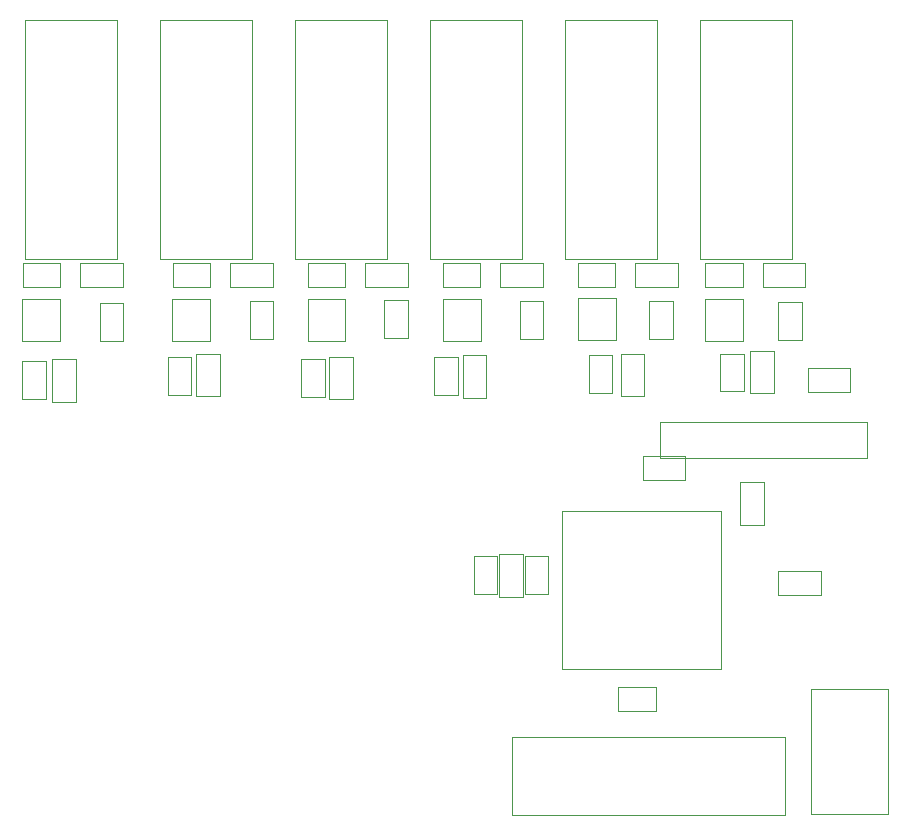
<source format=gbr>
%TF.GenerationSoftware,KiCad,Pcbnew,4.0.1-stable*%
%TF.CreationDate,2016-04-25T17:13:02+03:00*%
%TF.ProjectId,6xUSB_PowMet,36785553425F506F774D65742E6B6963,rev?*%
%TF.FileFunction,Other,User*%
%FSLAX46Y46*%
G04 Gerber Fmt 4.6, Leading zero omitted, Abs format (unit mm)*
G04 Created by KiCad (PCBNEW 4.0.1-stable) date 25.04.2016 17:13:02*
%MOMM*%
G01*
G04 APERTURE LIST*
%ADD10C,0.100000*%
%ADD11C,0.050000*%
G04 APERTURE END LIST*
D10*
D11*
X114460000Y-63225000D02*
X114460000Y-83525000D01*
X114460000Y-83525000D02*
X106660000Y-83525000D01*
X106660000Y-83525000D02*
X106660000Y-63225000D01*
X106660000Y-63225000D02*
X114460000Y-63225000D01*
X137320000Y-63225000D02*
X137320000Y-83525000D01*
X137320000Y-83525000D02*
X129520000Y-83525000D01*
X129520000Y-83525000D02*
X129520000Y-63225000D01*
X129520000Y-63225000D02*
X137320000Y-63225000D01*
X111300000Y-83865000D02*
X114900000Y-83865000D01*
X111300000Y-85865000D02*
X114900000Y-85865000D01*
X111300000Y-83865000D02*
X111300000Y-85865000D01*
X114900000Y-83865000D02*
X114900000Y-85865000D01*
X134400000Y-91750000D02*
X134400000Y-95350000D01*
X132400000Y-91750000D02*
X132400000Y-95350000D01*
X134400000Y-91750000D02*
X132400000Y-91750000D01*
X134400000Y-95350000D02*
X132400000Y-95350000D01*
X159075000Y-91525000D02*
X159075000Y-95125000D01*
X157075000Y-91525000D02*
X157075000Y-95125000D01*
X159075000Y-91525000D02*
X157075000Y-91525000D01*
X159075000Y-95125000D02*
X157075000Y-95125000D01*
X110950000Y-91975000D02*
X110950000Y-95575000D01*
X108950000Y-91975000D02*
X108950000Y-95575000D01*
X110950000Y-91975000D02*
X108950000Y-91975000D01*
X110950000Y-95575000D02*
X108950000Y-95575000D01*
X170425000Y-109925000D02*
X174025000Y-109925000D01*
X170425000Y-111925000D02*
X174025000Y-111925000D01*
X170425000Y-109925000D02*
X170425000Y-111925000D01*
X174025000Y-109925000D02*
X174025000Y-111925000D01*
X167200000Y-105975000D02*
X167200000Y-102375000D01*
X169200000Y-105975000D02*
X169200000Y-102375000D01*
X167200000Y-105975000D02*
X169200000Y-105975000D01*
X167200000Y-102375000D02*
X169200000Y-102375000D01*
X146775000Y-112100000D02*
X146775000Y-108500000D01*
X148775000Y-112100000D02*
X148775000Y-108500000D01*
X146775000Y-112100000D02*
X148775000Y-112100000D01*
X146775000Y-108500000D02*
X148775000Y-108500000D01*
X172895000Y-92755000D02*
X176495000Y-92755000D01*
X172895000Y-94755000D02*
X176495000Y-94755000D01*
X172895000Y-92755000D02*
X172895000Y-94755000D01*
X176495000Y-92755000D02*
X176495000Y-94755000D01*
X158950000Y-100200000D02*
X162550000Y-100200000D01*
X158950000Y-102200000D02*
X162550000Y-102200000D01*
X158950000Y-100200000D02*
X158950000Y-102200000D01*
X162550000Y-100200000D02*
X162550000Y-102200000D01*
X135430000Y-83865000D02*
X139030000Y-83865000D01*
X135430000Y-85865000D02*
X139030000Y-85865000D01*
X135430000Y-83865000D02*
X135430000Y-85865000D01*
X139030000Y-83865000D02*
X139030000Y-85865000D01*
X158290000Y-83865000D02*
X161890000Y-83865000D01*
X158290000Y-85865000D02*
X161890000Y-85865000D01*
X158290000Y-83865000D02*
X158290000Y-85865000D01*
X161890000Y-83865000D02*
X161890000Y-85865000D01*
X123100000Y-91525000D02*
X123100000Y-95125000D01*
X121100000Y-91525000D02*
X121100000Y-95125000D01*
X123100000Y-91525000D02*
X121100000Y-91525000D01*
X123100000Y-95125000D02*
X121100000Y-95125000D01*
X170050000Y-91250000D02*
X170050000Y-94850000D01*
X168050000Y-91250000D02*
X168050000Y-94850000D01*
X170050000Y-91250000D02*
X168050000Y-91250000D01*
X170050000Y-94850000D02*
X168050000Y-94850000D01*
X145675000Y-91625000D02*
X145675000Y-95225000D01*
X143675000Y-91625000D02*
X143675000Y-95225000D01*
X145675000Y-91625000D02*
X143675000Y-91625000D01*
X145675000Y-95225000D02*
X143675000Y-95225000D01*
X124000000Y-83865000D02*
X127600000Y-83865000D01*
X124000000Y-85865000D02*
X127600000Y-85865000D01*
X124000000Y-83865000D02*
X124000000Y-85865000D01*
X127600000Y-83865000D02*
X127600000Y-85865000D01*
X169085000Y-83865000D02*
X172685000Y-83865000D01*
X169085000Y-85865000D02*
X172685000Y-85865000D01*
X169085000Y-83865000D02*
X169085000Y-85865000D01*
X172685000Y-83865000D02*
X172685000Y-85865000D01*
X146860000Y-83865000D02*
X150460000Y-83865000D01*
X146860000Y-85865000D02*
X150460000Y-85865000D01*
X146860000Y-83865000D02*
X146860000Y-85865000D01*
X150460000Y-83865000D02*
X150460000Y-85865000D01*
X152120000Y-118235000D02*
X165520000Y-118235000D01*
X152120000Y-104835000D02*
X165520000Y-104835000D01*
X152120000Y-118235000D02*
X152120000Y-104835000D01*
X165520000Y-118235000D02*
X165520000Y-104835000D01*
X160400000Y-100325000D02*
X160400000Y-97325000D01*
X160400000Y-97325000D02*
X177900000Y-97325000D01*
X177900000Y-97325000D02*
X177900000Y-100325000D01*
X177900000Y-100325000D02*
X160400000Y-100325000D01*
X114950000Y-87225000D02*
X114950000Y-90425000D01*
X112950000Y-87225000D02*
X112950000Y-90425000D01*
X114950000Y-87225000D02*
X112950000Y-87225000D01*
X114950000Y-90425000D02*
X112950000Y-90425000D01*
X106420000Y-83865000D02*
X109620000Y-83865000D01*
X106420000Y-85865000D02*
X109620000Y-85865000D01*
X106420000Y-83865000D02*
X106420000Y-85865000D01*
X109620000Y-83865000D02*
X109620000Y-85865000D01*
X108375000Y-92150000D02*
X108375000Y-95350000D01*
X106375000Y-92150000D02*
X106375000Y-95350000D01*
X108375000Y-92150000D02*
X106375000Y-92150000D01*
X108375000Y-95350000D02*
X106375000Y-95350000D01*
X144625000Y-111850000D02*
X144625000Y-108650000D01*
X146625000Y-111850000D02*
X146625000Y-108650000D01*
X144625000Y-111850000D02*
X146625000Y-111850000D01*
X144625000Y-108650000D02*
X146625000Y-108650000D01*
X148930000Y-111865000D02*
X148930000Y-108665000D01*
X150930000Y-111865000D02*
X150930000Y-108665000D01*
X148930000Y-111865000D02*
X150930000Y-111865000D01*
X148930000Y-108665000D02*
X150930000Y-108665000D01*
X160025000Y-121750000D02*
X156825000Y-121750000D01*
X160025000Y-119750000D02*
X156825000Y-119750000D01*
X160025000Y-121750000D02*
X160025000Y-119750000D01*
X156825000Y-121750000D02*
X156825000Y-119750000D01*
X132000000Y-91975000D02*
X132000000Y-95175000D01*
X130000000Y-91975000D02*
X130000000Y-95175000D01*
X132000000Y-91975000D02*
X130000000Y-91975000D01*
X132000000Y-95175000D02*
X130000000Y-95175000D01*
X156350000Y-91600000D02*
X156350000Y-94800000D01*
X154350000Y-91600000D02*
X154350000Y-94800000D01*
X156350000Y-91600000D02*
X154350000Y-91600000D01*
X156350000Y-94800000D02*
X154350000Y-94800000D01*
X139050000Y-86975000D02*
X139050000Y-90175000D01*
X137050000Y-86975000D02*
X137050000Y-90175000D01*
X139050000Y-86975000D02*
X137050000Y-86975000D01*
X139050000Y-90175000D02*
X137050000Y-90175000D01*
X161500000Y-87075000D02*
X161500000Y-90275000D01*
X159500000Y-87075000D02*
X159500000Y-90275000D01*
X161500000Y-87075000D02*
X159500000Y-87075000D01*
X161500000Y-90275000D02*
X159500000Y-90275000D01*
X130550000Y-83865000D02*
X133750000Y-83865000D01*
X130550000Y-85865000D02*
X133750000Y-85865000D01*
X130550000Y-83865000D02*
X130550000Y-85865000D01*
X133750000Y-83865000D02*
X133750000Y-85865000D01*
X153410000Y-83865000D02*
X156610000Y-83865000D01*
X153410000Y-85865000D02*
X156610000Y-85865000D01*
X153410000Y-83865000D02*
X153410000Y-85865000D01*
X156610000Y-83865000D02*
X156610000Y-85865000D01*
X120700000Y-91775000D02*
X120700000Y-94975000D01*
X118700000Y-91775000D02*
X118700000Y-94975000D01*
X120700000Y-91775000D02*
X118700000Y-91775000D01*
X120700000Y-94975000D02*
X118700000Y-94975000D01*
X167500000Y-91500000D02*
X167500000Y-94700000D01*
X165500000Y-91500000D02*
X165500000Y-94700000D01*
X167500000Y-91500000D02*
X165500000Y-91500000D01*
X167500000Y-94700000D02*
X165500000Y-94700000D01*
X143250000Y-91775000D02*
X143250000Y-94975000D01*
X141250000Y-91775000D02*
X141250000Y-94975000D01*
X143250000Y-91775000D02*
X141250000Y-91775000D01*
X143250000Y-94975000D02*
X141250000Y-94975000D01*
X127650000Y-87075000D02*
X127650000Y-90275000D01*
X125650000Y-87075000D02*
X125650000Y-90275000D01*
X127650000Y-87075000D02*
X125650000Y-87075000D01*
X127650000Y-90275000D02*
X125650000Y-90275000D01*
X172400000Y-87175000D02*
X172400000Y-90375000D01*
X170400000Y-87175000D02*
X170400000Y-90375000D01*
X172400000Y-87175000D02*
X170400000Y-87175000D01*
X172400000Y-90375000D02*
X170400000Y-90375000D01*
X119120000Y-83865000D02*
X122320000Y-83865000D01*
X119120000Y-85865000D02*
X122320000Y-85865000D01*
X119120000Y-83865000D02*
X119120000Y-85865000D01*
X122320000Y-83865000D02*
X122320000Y-85865000D01*
X150500000Y-87025000D02*
X150500000Y-90225000D01*
X148500000Y-87025000D02*
X148500000Y-90225000D01*
X150500000Y-87025000D02*
X148500000Y-87025000D01*
X150500000Y-90225000D02*
X148500000Y-90225000D01*
X164205000Y-83865000D02*
X167405000Y-83865000D01*
X164205000Y-85865000D02*
X167405000Y-85865000D01*
X164205000Y-83865000D02*
X164205000Y-85865000D01*
X167405000Y-83865000D02*
X167405000Y-85865000D01*
X141980000Y-83865000D02*
X145180000Y-83865000D01*
X141980000Y-85865000D02*
X145180000Y-85865000D01*
X141980000Y-83865000D02*
X141980000Y-85865000D01*
X145180000Y-83865000D02*
X145180000Y-85865000D01*
X106400000Y-90475000D02*
X106400000Y-86875000D01*
X106400000Y-86875000D02*
X109600000Y-86875000D01*
X109600000Y-86875000D02*
X109600000Y-90475000D01*
X109600000Y-90475000D02*
X106400000Y-90475000D01*
X119100000Y-90475000D02*
X119100000Y-86875000D01*
X119100000Y-86875000D02*
X122300000Y-86875000D01*
X122300000Y-86875000D02*
X122300000Y-90475000D01*
X122300000Y-90475000D02*
X119100000Y-90475000D01*
X130550000Y-90475000D02*
X130550000Y-86875000D01*
X130550000Y-86875000D02*
X133750000Y-86875000D01*
X133750000Y-86875000D02*
X133750000Y-90475000D01*
X133750000Y-90475000D02*
X130550000Y-90475000D01*
X142000000Y-90475000D02*
X142000000Y-86875000D01*
X142000000Y-86875000D02*
X145200000Y-86875000D01*
X145200000Y-86875000D02*
X145200000Y-90475000D01*
X145200000Y-90475000D02*
X142000000Y-90475000D01*
X153450000Y-90375000D02*
X153450000Y-86775000D01*
X153450000Y-86775000D02*
X156650000Y-86775000D01*
X156650000Y-86775000D02*
X156650000Y-90375000D01*
X156650000Y-90375000D02*
X153450000Y-90375000D01*
X164200000Y-90475000D02*
X164200000Y-86875000D01*
X164200000Y-86875000D02*
X167400000Y-86875000D01*
X167400000Y-86875000D02*
X167400000Y-90475000D01*
X167400000Y-90475000D02*
X164200000Y-90475000D01*
X160180000Y-63225000D02*
X160180000Y-83525000D01*
X160180000Y-83525000D02*
X152380000Y-83525000D01*
X152380000Y-83525000D02*
X152380000Y-63225000D01*
X152380000Y-63225000D02*
X160180000Y-63225000D01*
X125890000Y-63225000D02*
X125890000Y-83525000D01*
X125890000Y-83525000D02*
X118090000Y-83525000D01*
X118090000Y-83525000D02*
X118090000Y-63225000D01*
X118090000Y-63225000D02*
X125890000Y-63225000D01*
X171610000Y-63225000D02*
X171610000Y-83525000D01*
X171610000Y-83525000D02*
X163810000Y-83525000D01*
X163810000Y-83525000D02*
X163810000Y-63225000D01*
X163810000Y-63225000D02*
X171610000Y-63225000D01*
X148750000Y-63225000D02*
X148750000Y-83525000D01*
X148750000Y-83525000D02*
X140950000Y-83525000D01*
X140950000Y-83525000D02*
X140950000Y-63225000D01*
X140950000Y-63225000D02*
X148750000Y-63225000D01*
X147900000Y-124000000D02*
X170950000Y-124000000D01*
X170950000Y-124000000D02*
X170950000Y-130550000D01*
X170950000Y-130550000D02*
X147900000Y-130550000D01*
X147900000Y-130550000D02*
X147900000Y-124000000D01*
X173150000Y-130500000D02*
X173150000Y-119900000D01*
X173150000Y-119900000D02*
X179700000Y-119900000D01*
X179700000Y-119900000D02*
X179700000Y-130500000D01*
X179700000Y-130500000D02*
X173150000Y-130500000D01*
M02*

</source>
